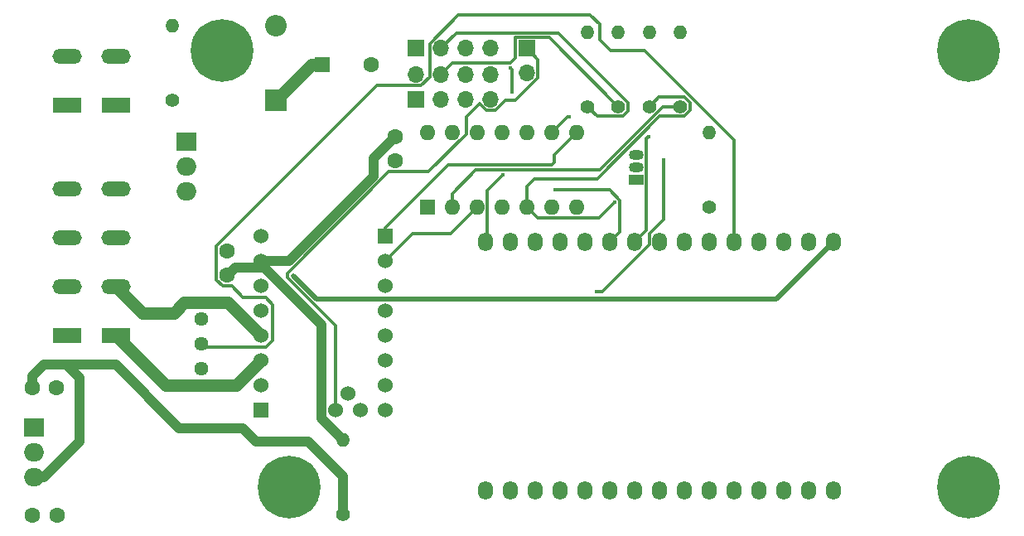
<source format=gbr>
%TF.GenerationSoftware,KiCad,Pcbnew,8.0.7*%
%TF.CreationDate,2025-05-19T16:35:52+02:00*%
%TF.ProjectId,nils-tmc5160,6e696c73-2d74-46d6-9335-3136302e6b69,rev?*%
%TF.SameCoordinates,Original*%
%TF.FileFunction,Copper,L4,Bot*%
%TF.FilePolarity,Positive*%
%FSLAX46Y46*%
G04 Gerber Fmt 4.6, Leading zero omitted, Abs format (unit mm)*
G04 Created by KiCad (PCBNEW 8.0.7) date 2025-05-19 16:35:52*
%MOMM*%
%LPD*%
G01*
G04 APERTURE LIST*
%TA.AperFunction,ComponentPad*%
%ADD10O,1.524000X1.900000*%
%TD*%
%TA.AperFunction,ComponentPad*%
%ADD11C,0.800000*%
%TD*%
%TA.AperFunction,ComponentPad*%
%ADD12C,6.400000*%
%TD*%
%TA.AperFunction,ComponentPad*%
%ADD13R,3.000000X1.500000*%
%TD*%
%TA.AperFunction,ComponentPad*%
%ADD14O,3.000000X1.500000*%
%TD*%
%TA.AperFunction,ComponentPad*%
%ADD15C,1.524000*%
%TD*%
%TA.AperFunction,ComponentPad*%
%ADD16R,1.524000X1.524000*%
%TD*%
%TA.AperFunction,ComponentPad*%
%ADD17R,1.700000X1.700000*%
%TD*%
%TA.AperFunction,ComponentPad*%
%ADD18O,1.700000X1.700000*%
%TD*%
%TA.AperFunction,ComponentPad*%
%ADD19R,1.600000X1.600000*%
%TD*%
%TA.AperFunction,ComponentPad*%
%ADD20C,1.600000*%
%TD*%
%TA.AperFunction,ComponentPad*%
%ADD21C,1.400000*%
%TD*%
%TA.AperFunction,ComponentPad*%
%ADD22O,1.400000X1.400000*%
%TD*%
%TA.AperFunction,ComponentPad*%
%ADD23R,2.000000X1.905000*%
%TD*%
%TA.AperFunction,ComponentPad*%
%ADD24O,2.000000X1.905000*%
%TD*%
%TA.AperFunction,ComponentPad*%
%ADD25O,1.600000X1.600000*%
%TD*%
%TA.AperFunction,ComponentPad*%
%ADD26R,2.200000X2.200000*%
%TD*%
%TA.AperFunction,ComponentPad*%
%ADD27O,2.200000X2.200000*%
%TD*%
%TA.AperFunction,ComponentPad*%
%ADD28R,1.500000X1.050000*%
%TD*%
%TA.AperFunction,ComponentPad*%
%ADD29O,1.500000X1.050000*%
%TD*%
%TA.AperFunction,ComponentPad*%
%ADD30C,1.440000*%
%TD*%
%TA.AperFunction,ViaPad*%
%ADD31C,0.450000*%
%TD*%
%TA.AperFunction,Conductor*%
%ADD32C,0.300000*%
%TD*%
%TA.AperFunction,Conductor*%
%ADD33C,0.349250*%
%TD*%
%TA.AperFunction,Conductor*%
%ADD34C,0.500000*%
%TD*%
%TA.AperFunction,Conductor*%
%ADD35C,1.300000*%
%TD*%
%TA.AperFunction,Conductor*%
%ADD36C,1.000000*%
%TD*%
G04 APERTURE END LIST*
D10*
%TO.P,U4,1,VIN*%
%TO.N,+5V*%
X227076000Y-99949000D03*
%TO.P,U4,2,GND*%
%TO.N,GND*%
X224536000Y-99949000D03*
%TO.P,U4,3,GPIO13*%
%TO.N,/MCU_DIR*%
X221996000Y-99949000D03*
%TO.P,U4,4,GPIO12*%
%TO.N,/MCU_EN*%
X219456000Y-99949000D03*
%TO.P,U4,5,GPIO14*%
%TO.N,/MCU_STEP*%
X216916000Y-99949000D03*
%TO.P,U4,6,GPIO27*%
%TO.N,/MCU_STOP*%
X214376000Y-99949000D03*
%TO.P,U4,7,GPIO26*%
%TO.N,unconnected-(U4-GPIO26-Pad7)*%
X211836000Y-99949000D03*
%TO.P,U4,8,GPIO25*%
%TO.N,unconnected-(U4-GPIO25-Pad8)*%
X209296000Y-99949000D03*
%TO.P,U4,9,GPIO33*%
%TO.N,unconnected-(U4-GPIO33-Pad9)*%
X206756000Y-99949000D03*
%TO.P,U4,10,GPIO32*%
%TO.N,unconnected-(U4-GPIO32-Pad10)*%
X204216000Y-99949000D03*
%TO.P,U4,11,GPIO35*%
%TO.N,unconnected-(U4-GPIO35-Pad11)*%
X201676000Y-99949000D03*
%TO.P,U4,12,GPIO34*%
%TO.N,unconnected-(U4-GPIO34-Pad12)*%
X199136000Y-99949000D03*
%TO.P,U4,13,GPIO39*%
%TO.N,unconnected-(U4-GPIO39-Pad13)*%
X196596000Y-99949000D03*
%TO.P,U4,14,GPIO36*%
%TO.N,unconnected-(U4-GPIO36-Pad14)*%
X194056000Y-99949000D03*
%TO.P,U4,15,EN*%
%TO.N,unconnected-(U4-EN-Pad15)*%
X191516000Y-99949000D03*
%TO.P,U4,16,3.3v*%
%TO.N,+3.3V*%
X227076000Y-74549000D03*
%TO.P,U4,17,GND*%
%TO.N,GND*%
X224536000Y-74549000D03*
%TO.P,U4,18,GPIO15*%
%TO.N,unconnected-(U4-GPIO15-Pad18)*%
X221996000Y-74549000D03*
%TO.P,U4,19,GPIO2*%
%TO.N,/SPI_CS*%
X219456000Y-74549000D03*
%TO.P,U4,20,GPIO4*%
%TO.N,/MCU_POT*%
X216916000Y-74549000D03*
%TO.P,U4,21,GPIO16*%
%TO.N,unconnected-(U4-GPIO16-Pad21)*%
X214376000Y-74549000D03*
%TO.P,U4,22,GPIO17*%
%TO.N,unconnected-(U4-GPIO17-Pad22)*%
X211836000Y-74549000D03*
%TO.P,U4,23,GPIO5*%
%TO.N,unconnected-(U4-GPIO5-Pad23)*%
X209296000Y-74549000D03*
%TO.P,U4,24,GPIO18*%
%TO.N,/SPI_CLK*%
X206756000Y-74549000D03*
%TO.P,U4,25,GPIO19*%
%TO.N,/SPI_MISO*%
X204216000Y-74549000D03*
%TO.P,U4,26,GPIO21*%
%TO.N,unconnected-(U4-GPIO21-Pad26)*%
X201676000Y-74549000D03*
%TO.P,U4,27,GPIO3*%
%TO.N,unconnected-(U4-GPIO3-Pad27)*%
X199136000Y-74549000D03*
%TO.P,U4,28,GPIO1*%
%TO.N,unconnected-(U4-GPIO1-Pad28)*%
X196596000Y-74549000D03*
%TO.P,U4,29,GPIO22*%
%TO.N,unconnected-(U4-GPIO22-Pad29)*%
X194056000Y-74549000D03*
%TO.P,U4,30,GPIO23*%
%TO.N,/SPI_MOSI*%
X191516000Y-74549000D03*
%TD*%
D11*
%TO.P,H4,1,1*%
%TO.N,GND*%
X238489540Y-55014187D03*
X239192484Y-53317131D03*
X239192484Y-56711243D03*
X240889540Y-52614187D03*
D12*
X240889540Y-55014187D03*
D11*
X240889540Y-57414187D03*
X242586596Y-53317131D03*
X242586596Y-56711243D03*
X243289540Y-55014187D03*
%TD*%
%TO.P,H3,1,1*%
%TO.N,GND*%
X169015540Y-99614187D03*
X169718484Y-97917131D03*
X169718484Y-101311243D03*
X171415540Y-97214187D03*
D12*
X171415540Y-99614187D03*
D11*
X171415540Y-102014187D03*
X173112596Y-97917131D03*
X173112596Y-101311243D03*
X173815540Y-99614187D03*
%TD*%
%TO.P,H2,1,1*%
%TO.N,GND*%
X162215540Y-55014187D03*
X162918484Y-53317131D03*
X162918484Y-56711243D03*
X164615540Y-52614187D03*
D12*
X164615540Y-55014187D03*
D11*
X164615540Y-57414187D03*
X166312596Y-53317131D03*
X166312596Y-56711243D03*
X167015540Y-55014187D03*
%TD*%
%TO.P,H1,1,1*%
%TO.N,GND*%
X238489540Y-99614187D03*
X239192484Y-97917131D03*
X239192484Y-101311243D03*
X240889540Y-97214187D03*
D12*
X240889540Y-99614187D03*
D11*
X240889540Y-102014187D03*
X242586596Y-97917131D03*
X242586596Y-101311243D03*
X243289540Y-99614187D03*
%TD*%
D13*
%TO.P,S1,1,A*%
%TO.N,GND*%
X148749000Y-60562000D03*
X153749000Y-60562000D03*
D14*
%TO.P,S1,2,B*%
%TO.N,Net-(Q1-D)*%
X148749000Y-55562000D03*
X153749000Y-55562000D03*
%TD*%
D15*
%TO.P,U3,1,EN*%
%TO.N,/DRIVER_EN*%
X181225500Y-91694000D03*
%TO.P,U3,2,SDI/MS0*%
%TO.N,/DRIVER_MOSI*%
X181225500Y-89154000D03*
%TO.P,U3,3,SCK/MS1*%
%TO.N,/DRIVER_SCK*%
X181225500Y-86614000D03*
%TO.P,U3,4,CS/MS2*%
%TO.N,/DRIVER_CS*%
X181225500Y-84074000D03*
%TO.P,U3,5,SDO/RST*%
%TO.N,/DRIVER_MISO*%
X181225500Y-81534000D03*
%TO.P,U3,6,SLEEP*%
%TO.N,/DRIVER_SLP*%
X181225500Y-78994000D03*
%TO.P,U3,7,STEP*%
%TO.N,/DRIVER_STEP*%
X181225500Y-76454000D03*
D16*
%TO.P,U3,8,DIR*%
%TO.N,/DRIVER_DIR*%
X181225500Y-73914000D03*
D15*
%TO.P,U3,9,GND*%
%TO.N,GND*%
X168525500Y-73914000D03*
%TO.P,U3,10,VCC_IO*%
%TO.N,DRV_5V*%
X168525500Y-76454000D03*
%TO.P,U3,11,A1*%
%TO.N,/MOT_A1*%
X168525500Y-78994000D03*
%TO.P,U3,12,A2*%
%TO.N,/MOT_A2*%
X168525500Y-81534000D03*
%TO.P,U3,13,B2*%
%TO.N,/MOT_B2*%
X168525500Y-84074000D03*
%TO.P,U3,14,B1*%
%TO.N,/MOT_B1*%
X168525500Y-86614000D03*
%TO.P,U3,15,GND*%
%TO.N,GND*%
X168525500Y-89154000D03*
D16*
%TO.P,U3,16,VM*%
%TO.N,+24V*%
X168525500Y-91694000D03*
D15*
%TO.P,U3,17,DIAG0*%
%TO.N,unconnected-(U3-DIAG0-Pad17)*%
X178685500Y-91694000D03*
%TO.P,U3,18,NC*%
%TO.N,unconnected-(U3-NC-Pad18)*%
X177415500Y-90043000D03*
%TO.P,U3,19,DIAG1*%
%TO.N,/DRIVER_DIAG*%
X176145500Y-91694000D03*
%TD*%
D17*
%TO.P,J3,1,Pin_1*%
%TO.N,/SPI_MISO*%
X184414000Y-54737000D03*
D18*
%TO.P,J3,2,Pin_2*%
%TO.N,/SPI_CS*%
X186954000Y-54737000D03*
%TO.P,J3,3,Pin_3*%
%TO.N,/SPI_CLK*%
X189494000Y-54737000D03*
%TO.P,J3,4,Pin_4*%
%TO.N,/SPI_MOSI*%
X192034000Y-54737000D03*
%TD*%
D19*
%TO.P,C3,1*%
%TO.N,+24V*%
X174832000Y-56388000D03*
D20*
%TO.P,C3,2*%
%TO.N,GND*%
X179832000Y-56388000D03*
%TD*%
D21*
%TO.P,R2,1*%
%TO.N,/SPI_CS*%
X201925000Y-60696000D03*
D22*
%TO.P,R2,2*%
%TO.N,+3.3V*%
X201925000Y-53076000D03*
%TD*%
D20*
%TO.P,C2,1*%
%TO.N,DRV_5V*%
X165100000Y-77958000D03*
%TO.P,C2,2*%
%TO.N,GND*%
X165100000Y-75458000D03*
%TD*%
D23*
%TO.P,U1,1,IN*%
%TO.N,+24V*%
X145392000Y-93472000D03*
D24*
%TO.P,U1,2,GND*%
%TO.N,GND*%
X145392000Y-96012000D03*
%TO.P,U1,3,OUT*%
%TO.N,+5V*%
X145392000Y-98552000D03*
%TD*%
D13*
%TO.P,J4,1,Pin_1*%
%TO.N,/MOT_B1*%
X148749000Y-84088000D03*
X153749000Y-84088000D03*
D14*
%TO.P,J4,2,Pin_2*%
%TO.N,/MOT_B2*%
X148749000Y-79088000D03*
X153749000Y-79088000D03*
%TO.P,J4,3,Pin_3*%
%TO.N,/MOT_A2*%
X148749000Y-74088000D03*
X153749000Y-74088000D03*
%TO.P,J4,4,Pin_4*%
%TO.N,/MOT_A1*%
X148749000Y-69088000D03*
X153749000Y-69088000D03*
%TD*%
D21*
%TO.P,R5,1*%
%TO.N,/MCU_STEP*%
X211375000Y-60696000D03*
D22*
%TO.P,R5,2*%
%TO.N,GND*%
X211375000Y-53076000D03*
%TD*%
D23*
%TO.P,Q1,1,G*%
%TO.N,Net-(D1-A)*%
X160950000Y-64262000D03*
D24*
%TO.P,Q1,2,D*%
%TO.N,Net-(Q1-D)*%
X160950000Y-66802000D03*
%TO.P,Q1,3,S*%
%TO.N,+24V*%
X160950000Y-69342000D03*
%TD*%
D19*
%TO.P,U2,1*%
%TO.N,GND*%
X185547000Y-70993000D03*
D25*
%TO.P,U2,2*%
%TO.N,/MCU_STEP*%
X188087000Y-70993000D03*
%TO.P,U2,3*%
%TO.N,/DRIVER_STEP*%
X190627000Y-70993000D03*
%TO.P,U2,4*%
%TO.N,GND*%
X193167000Y-70993000D03*
%TO.P,U2,5*%
%TO.N,/MCU_EN*%
X195707000Y-70993000D03*
%TO.P,U2,6*%
%TO.N,/DRIVER_EN*%
X198247000Y-70993000D03*
%TO.P,U2,7,GND*%
%TO.N,GND*%
X200787000Y-70993000D03*
%TO.P,U2,8*%
%TO.N,/DRIVER_DIR*%
X200787000Y-63373000D03*
%TO.P,U2,9*%
%TO.N,/MCU_DIR*%
X198247000Y-63373000D03*
%TO.P,U2,10*%
%TO.N,GND*%
X195707000Y-63373000D03*
%TO.P,U2,11*%
%TO.N,unconnected-(U2-Pad11)*%
X193167000Y-63373000D03*
%TO.P,U2,12*%
%TO.N,unconnected-(U2-Pad12)*%
X190627000Y-63373000D03*
%TO.P,U2,13*%
%TO.N,GND*%
X188087000Y-63373000D03*
%TO.P,U2,14,VCC*%
%TO.N,DRV_5V*%
X185547000Y-63373000D03*
%TD*%
D20*
%TO.P,C1,1*%
%TO.N,DRV_5V*%
X182245000Y-63774000D03*
%TO.P,C1,2*%
%TO.N,GND*%
X182245000Y-66274000D03*
%TD*%
D21*
%TO.P,R6,1*%
%TO.N,/MCU_DIR*%
X214376000Y-70993000D03*
D22*
%TO.P,R6,2*%
%TO.N,GND*%
X214376000Y-63373000D03*
%TD*%
D20*
%TO.P,Murata-Ceramic-Capacitor-50v1-22uF1,2*%
%TO.N,GND*%
X147701000Y-102489000D03*
%TO.P,Murata-Ceramic-Capacitor-50v1-22uF1,1*%
%TO.N,+24V*%
X145201000Y-102489000D03*
%TD*%
D17*
%TO.P,J2,1,Pin_1*%
%TO.N,/DRIVER_DIAG*%
X195707000Y-54732000D03*
D18*
%TO.P,J2,2,Pin_2*%
%TO.N,/MCU_STOP*%
X195707000Y-57272000D03*
%TD*%
D20*
%TO.P,Murata-Ceramic-Capacitor-50v1-22uF2,1*%
%TO.N,+5V*%
X145181000Y-89408000D03*
%TO.P,Murata-Ceramic-Capacitor-50v1-22uF2,2*%
%TO.N,GND*%
X147681000Y-89408000D03*
%TD*%
D21*
%TO.P,R1,1*%
%TO.N,Net-(D1-A)*%
X159512000Y-60071000D03*
D22*
%TO.P,R1,2*%
%TO.N,GND*%
X159512000Y-52451000D03*
%TD*%
D21*
%TO.P,R3,1*%
%TO.N,/DRIVER_CS*%
X205075000Y-60696000D03*
D22*
%TO.P,R3,2*%
%TO.N,+5V*%
X205075000Y-53076000D03*
%TD*%
D26*
%TO.P,D1,1,K*%
%TO.N,+24V*%
X170053000Y-60071000D03*
D27*
%TO.P,D1,2,A*%
%TO.N,Net-(D1-A)*%
X170053000Y-52451000D03*
%TD*%
D21*
%TO.P,R4,1*%
%TO.N,/MCU_EN*%
X208225000Y-60696000D03*
D22*
%TO.P,R4,2*%
%TO.N,+3.3V*%
X208225000Y-53076000D03*
%TD*%
D21*
%TO.P,L1,1,1*%
%TO.N,+5V*%
X176911000Y-102362000D03*
D22*
%TO.P,L1,2,2*%
%TO.N,DRV_5V*%
X176911000Y-94742000D03*
%TD*%
D28*
%TO.P,Q2,1,S*%
%TO.N,/SPI_CS*%
X206883000Y-68199000D03*
D29*
%TO.P,Q2,2,G*%
%TO.N,+3.3V*%
X206883000Y-66929000D03*
%TO.P,Q2,3,D*%
%TO.N,/DRIVER_CS*%
X206883000Y-65659000D03*
%TD*%
D30*
%TO.P,RV1,1,1*%
%TO.N,+3.3V*%
X162433000Y-82413000D03*
%TO.P,RV1,2,2*%
%TO.N,/MCU_POT*%
X162433000Y-84953000D03*
%TO.P,RV1,3,3*%
%TO.N,GND*%
X162433000Y-87493000D03*
%TD*%
D17*
%TO.P,J1,1,Pin_1*%
%TO.N,/DRIVER_SLP*%
X184404000Y-59944000D03*
D18*
%TO.P,J1,2,Pin_2*%
%TO.N,/DRIVER_MISO*%
X184404000Y-57404000D03*
%TO.P,J1,3,Pin_3*%
%TO.N,DRV_5V*%
X186944000Y-59944000D03*
%TO.P,J1,4,Pin_4*%
%TO.N,/DRIVER_CS*%
X186944000Y-57404000D03*
%TO.P,J1,5,Pin_5*%
%TO.N,DRV_5V*%
X189484000Y-59944000D03*
%TO.P,J1,6,Pin_6*%
%TO.N,/DRIVER_SCK*%
X189484000Y-57404000D03*
%TO.P,J1,7,Pin_7*%
%TO.N,DRV_5V*%
X192024000Y-59944000D03*
%TO.P,J1,8,Pin_8*%
%TO.N,/DRIVER_MOSI*%
X192024000Y-57404000D03*
%TD*%
D31*
%TO.N,/SPI_MOSI*%
X194056258Y-56778827D03*
X194236788Y-59214854D03*
X193294000Y-67712625D03*
%TO.N,/MCU_DIR*%
X200025000Y-61722000D03*
%TO.N,/MCU_STEP*%
X209677000Y-66167000D03*
X202847750Y-79629000D03*
%TO.N,/SPI_CLK*%
X208153000Y-63754000D03*
%TO.N,/SPI_MISO*%
X198628000Y-69215000D03*
%TO.N,/MCU_EN*%
X204724000Y-70485000D03*
%TO.N,+3.3V*%
X171831000Y-77978000D03*
%TD*%
D32*
%TO.N,/SPI_MOSI*%
X194236788Y-56959357D02*
X194056258Y-56778827D01*
X194236788Y-59214854D02*
X194236788Y-56959357D01*
D33*
%TO.N,/DRIVER_DIAG*%
X194540887Y-60071000D02*
X196861625Y-57750262D01*
X181636110Y-67378625D02*
X185643551Y-67378625D01*
X196861625Y-55886625D02*
X195707000Y-54732000D01*
X192502262Y-61098625D02*
X193529887Y-60071000D01*
X189522375Y-63499801D02*
X189522375Y-61769262D01*
X185643551Y-67378625D02*
X189522375Y-63499801D01*
X176145500Y-83076858D02*
X171276375Y-78207733D01*
X193529887Y-60071000D02*
X194540887Y-60071000D01*
X196861625Y-57750262D02*
X196861625Y-55886625D01*
X189522375Y-61769262D02*
X190869375Y-60422262D01*
X171276375Y-77738360D02*
X181636110Y-67378625D01*
X171276375Y-78207733D02*
X171276375Y-77738360D01*
X190869375Y-60422262D02*
X191545738Y-61098625D01*
X191545738Y-61098625D02*
X192502262Y-61098625D01*
X176145500Y-91694000D02*
X176145500Y-83076858D01*
D32*
%TO.N,/DRIVER_CS*%
X205075000Y-60696000D02*
X197981000Y-53602000D01*
X197981000Y-53602000D02*
X194577000Y-53602000D01*
X194577000Y-53602000D02*
X194577000Y-55740000D01*
X194577000Y-55740000D02*
X194043000Y-56274000D01*
X194043000Y-56274000D02*
X188074000Y-56274000D01*
X188074000Y-56274000D02*
X186944000Y-57404000D01*
%TO.N,/SPI_MOSI*%
X191516000Y-74549000D02*
X191707000Y-74358000D01*
X191707000Y-74358000D02*
X191707000Y-69299625D01*
X191707000Y-69299625D02*
X193294000Y-67712625D01*
%TO.N,/MCU_DIR*%
X200025000Y-61722000D02*
X199898000Y-61722000D01*
X199898000Y-61722000D02*
X198247000Y-63373000D01*
%TO.N,/SPI_CS*%
X186954000Y-54737000D02*
X188519000Y-53172000D01*
X188519000Y-53172000D02*
X198936930Y-53172000D01*
X198936930Y-53172000D02*
X206055000Y-60290070D01*
X206055000Y-61153000D02*
X205532000Y-61676000D01*
X206055000Y-60290070D02*
X206055000Y-61153000D01*
X205532000Y-61676000D02*
X202905000Y-61676000D01*
X202905000Y-61676000D02*
X201925000Y-60696000D01*
%TO.N,/MCU_STEP*%
X209677000Y-72236112D02*
X208254000Y-73659112D01*
X203454000Y-79629000D02*
X202847750Y-79629000D01*
X209677000Y-66167000D02*
X209677000Y-72236112D01*
X208254000Y-73659112D02*
X208254000Y-74829000D01*
X208254000Y-74829000D02*
X203454000Y-79629000D01*
%TO.N,/SPI_CLK*%
X207913000Y-63994000D02*
X208153000Y-63754000D01*
X207913000Y-73392000D02*
X207913000Y-63994000D01*
X206756000Y-74549000D02*
X207913000Y-73392000D01*
%TO.N,/SPI_MISO*%
X198628000Y-69215000D02*
X204168178Y-69215000D01*
X205229000Y-70275822D02*
X205229000Y-73536000D01*
X204168178Y-69215000D02*
X205229000Y-70275822D01*
X205229000Y-73536000D02*
X204216000Y-74549000D01*
D33*
%TO.N,/MCU_EN*%
X204724000Y-70485000D02*
X203111375Y-72097625D01*
X203111375Y-72097625D02*
X196811625Y-72097625D01*
X196811625Y-72097625D02*
X195707000Y-70993000D01*
%TO.N,/MCU_POT*%
X162433000Y-84953000D02*
X162790625Y-85310625D01*
X162790625Y-85310625D02*
X169037727Y-85310625D01*
X202208871Y-51308000D02*
X203200375Y-52299504D01*
X169037727Y-85310625D02*
X169762125Y-84586227D01*
X203200375Y-52299504D02*
X203200375Y-53852496D01*
X169762125Y-84586227D02*
X169762125Y-80955023D01*
X184882262Y-58558625D02*
X185789375Y-57651512D01*
X169762125Y-80955023D02*
X169037727Y-80230625D01*
X169037727Y-80230625D02*
X166725551Y-80230625D01*
X166725551Y-80230625D02*
X165557551Y-79062625D01*
X165557551Y-79062625D02*
X164642449Y-79062625D01*
X163995375Y-78415551D02*
X163995375Y-75000449D01*
X164642449Y-79062625D02*
X163995375Y-78415551D01*
X163995375Y-75000449D02*
X180437199Y-58558625D01*
X185789375Y-57651512D02*
X185789375Y-54268738D01*
X180437199Y-58558625D02*
X184882262Y-58558625D01*
X216916000Y-64135000D02*
X216916000Y-74549000D01*
X185789375Y-54268738D02*
X188750113Y-51308000D01*
X188750113Y-51308000D02*
X202208871Y-51308000D01*
X203200375Y-53852496D02*
X204298504Y-54950625D01*
X204298504Y-54950625D02*
X207731625Y-54950625D01*
X207731625Y-54950625D02*
X216916000Y-64135000D01*
%TO.N,/DRIVER_DIR*%
X187655750Y-66675000D02*
X198247000Y-66675000D01*
X181225500Y-73105250D02*
X187655750Y-66675000D01*
X198501000Y-66421000D02*
X198501000Y-65659000D01*
X181225500Y-73914000D02*
X181225500Y-73105250D01*
X198247000Y-66675000D02*
X198501000Y-66421000D01*
X198501000Y-65659000D02*
X200787000Y-63373000D01*
%TO.N,/DRIVER_STEP*%
X181225500Y-76454000D02*
X184021708Y-73657792D01*
X184021708Y-73657792D02*
X187962208Y-73657792D01*
X187962208Y-73657792D02*
X190627000Y-70993000D01*
D34*
%TO.N,+3.3V*%
X171831000Y-77978000D02*
X174244000Y-80391000D01*
X174244000Y-80391000D02*
X221234000Y-80391000D01*
X221234000Y-80391000D02*
X227076000Y-74549000D01*
D33*
%TO.N,/MCU_EN*%
X212379625Y-61112130D02*
X211791130Y-61700625D01*
X209318892Y-61700625D02*
X202947517Y-68072000D01*
X212379625Y-60279870D02*
X212379625Y-61112130D01*
X202947517Y-68072000D02*
X196469000Y-68072000D01*
X211791130Y-61700625D02*
X209318892Y-61700625D01*
X211791130Y-59691375D02*
X212379625Y-60279870D01*
X209229625Y-59691375D02*
X211791130Y-59691375D01*
X208225000Y-60696000D02*
X209229625Y-59691375D01*
X196469000Y-68072000D02*
X195707000Y-68834000D01*
X195707000Y-68834000D02*
X195707000Y-70993000D01*
%TO.N,/MCU_STEP*%
X203158755Y-67183000D02*
X190500000Y-67183000D01*
X209645755Y-60696000D02*
X203158755Y-67183000D01*
X211375000Y-60696000D02*
X209645755Y-60696000D01*
X190500000Y-67183000D02*
X188087000Y-69596000D01*
X188087000Y-69596000D02*
X188087000Y-70993000D01*
D35*
%TO.N,+24V*%
X174832000Y-56388000D02*
X173736000Y-56388000D01*
X173736000Y-56388000D02*
X170053000Y-60071000D01*
D36*
%TO.N,DRV_5V*%
X182245000Y-63774000D02*
X180060000Y-65959000D01*
X180060000Y-65959000D02*
X180060000Y-67816823D01*
X180060000Y-67816823D02*
X171422823Y-76454000D01*
X171422823Y-76454000D02*
X168525500Y-76454000D01*
X165100000Y-77958000D02*
X165899999Y-77158001D01*
X165899999Y-77158001D02*
X168898503Y-77158001D01*
X168898503Y-77158001D02*
X174750293Y-83009791D01*
X174750293Y-83009791D02*
X174750293Y-92581293D01*
X174750293Y-92581293D02*
X176911000Y-94742000D01*
%TO.N,+5V*%
X145181000Y-89408000D02*
X145181000Y-88276630D01*
X166714000Y-93562000D02*
X168066187Y-94914187D01*
X145181000Y-88276630D02*
X146349630Y-87108000D01*
X153728440Y-87108000D02*
X160182440Y-93562000D01*
X146349630Y-87108000D02*
X153728440Y-87108000D01*
X160182440Y-93562000D02*
X166714000Y-93562000D01*
X168066187Y-94914187D02*
X173362344Y-94914187D01*
X173362344Y-94914187D02*
X176911000Y-98462843D01*
X176911000Y-98462843D02*
X176911000Y-102362000D01*
X145392000Y-98552000D02*
X146367859Y-98552000D01*
X146367859Y-98552000D02*
X149981000Y-94938859D01*
X149981000Y-94938859D02*
X149981000Y-88455308D01*
X149981000Y-88455308D02*
X148633692Y-87108000D01*
X148633692Y-87108000D02*
X146349630Y-87108000D01*
D35*
%TO.N,/MOT_B2*%
X168525500Y-84074000D02*
X165194500Y-80743000D01*
X160684000Y-80743000D02*
X159639000Y-81788000D01*
X156449000Y-81788000D02*
X153749000Y-79088000D01*
X165194500Y-80743000D02*
X160684000Y-80743000D01*
X159639000Y-81788000D02*
X156449000Y-81788000D01*
%TO.N,/MOT_B1*%
X168525500Y-86614000D02*
X165976500Y-89163000D01*
X158824000Y-89163000D02*
X153749000Y-84088000D01*
X165976500Y-89163000D02*
X158824000Y-89163000D01*
%TD*%
M02*

</source>
